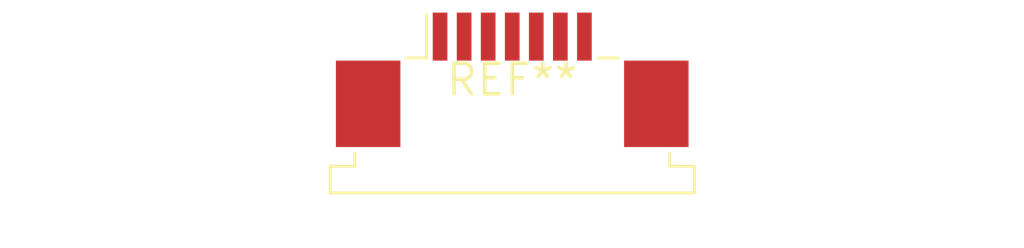
<source format=kicad_pcb>
(kicad_pcb (version 20240108) (generator pcbnew)
  (layers (0 "F.Cu" signal) (31 "B.Cu" signal) (34 "B.Paste" user) (35 "F.Paste" user) (36 "B.SilkS" user "B.Silkscreen") (37 "F.SilkS" user "F.Silkscreen") (38 "B.Mask" user) (39 "F.Mask" user) (44 "Edge.Cuts" user))
  (net 0 "")
  (footprint "TE_84953-7_1x07-1MP_P1.0mm_Horizontal" (layer "F.Cu") (at 0 0)
    (property "Reference" "REF**")
    (property "Value" "TE_84953-7_1x07-1MP_P1.0mm_Horizontal")
    (fp_line (start -7.57 3.6) (end -6.545 3.6) (layer "F.SilkS") (stroke (width 0.12)))
    (fp_line (start -7.57 4.71) (end -7.57 3.6) (layer "F.SilkS") (stroke (width 0.12)))
    (fp_line (start -6.545 3.6) (end -6.545 3.06) (layer "F.SilkS") (stroke (width 0.12)))
    (fp_line (start -4.39 -0.91) (end -3.565 -0.91) (layer "F.SilkS") (stroke (width 0.12)))
    (fp_line (start -3.565 -0.91) (end -3.565 -2.71) (layer "F.SilkS") (stroke (width 0.12)))
    (fp_line (start 3.565 -0.91) (end 4.39 -0.91) (layer "F.SilkS") (stroke (width 0.12)))
    (fp_line (start 6.545 3.06) (end 6.545 3.6) (layer "F.SilkS") (stroke (width 0.12)))
    (fp_line (start 6.545 3.6) (end 7.57 3.6) (layer "F.SilkS") (stroke (width 0.12)))
    (fp_line (start 7.57 3.6) (end 7.57 4.71) (layer "F.SilkS") (stroke (width 0.12)))
    (fp_line (start 7.57 4.71) (end -7.57 4.71) (layer "F.SilkS") (stroke (width 0.12)))
    (pad "1" smd rect (at -3 -1.8) (size 0.61 2) (layers "F.Cu" "F.Paste" "F.Mask"))
    (pad "2" smd rect (at -2 -1.8) (size 0.61 2) (layers "F.Cu" "F.Paste" "F.Mask"))
    (pad "3" smd rect (at -1 -1.8) (size 0.61 2) (layers "F.Cu" "F.Paste" "F.Mask"))
    (pad "4" smd rect (at 0 -1.8) (size 0.61 2) (layers "F.Cu" "F.Paste" "F.Mask"))
    (pad "5" smd rect (at 1 -1.8) (size 0.61 2) (layers "F.Cu" "F.Paste" "F.Mask"))
    (pad "6" smd rect (at 2 -1.8) (size 0.61 2) (layers "F.Cu" "F.Paste" "F.Mask"))
    (pad "7" smd rect (at 3 -1.8) (size 0.61 2) (layers "F.Cu" "F.Paste" "F.Mask"))
    (pad "MP" smd rect (at -5.99 1) (size 2.68 3.6) (layers "F.Cu" "F.Paste" "F.Mask"))
    (pad "MP" smd rect (at 5.99 1) (size 2.68 3.6) (layers "F.Cu" "F.Paste" "F.Mask"))
  )
)
</source>
